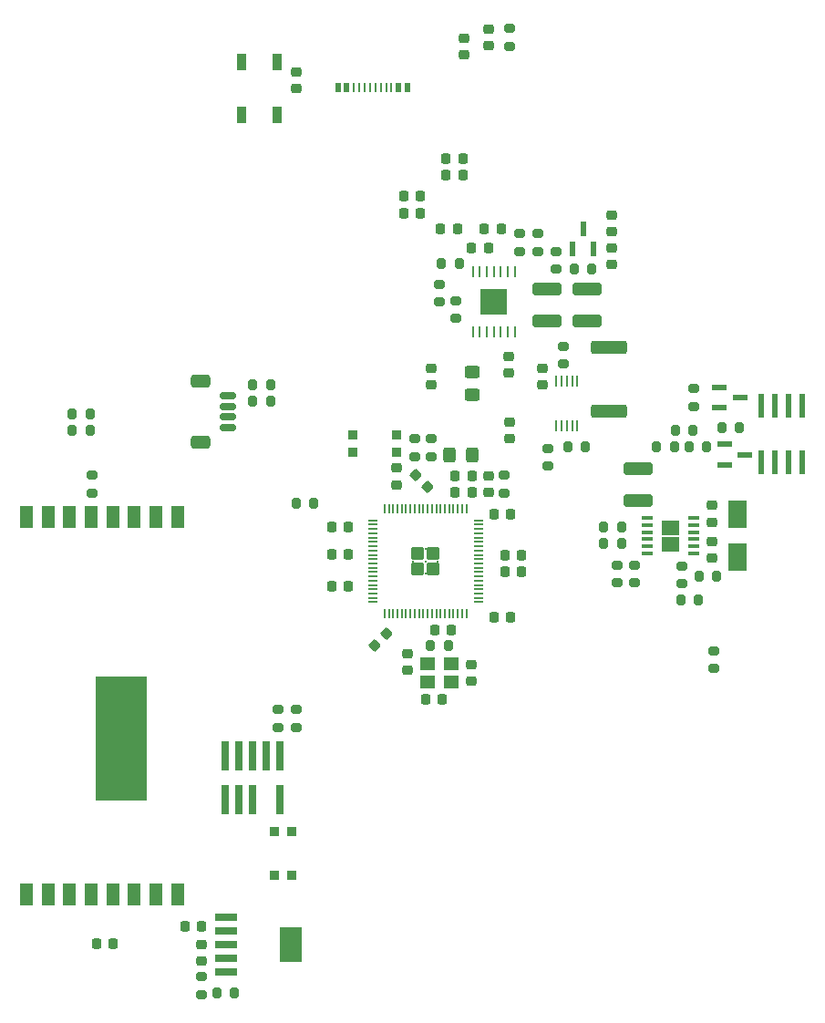
<source format=gtp>
%TF.GenerationSoftware,KiCad,Pcbnew,8.0.5*%
%TF.CreationDate,2024-11-23T15:58:24-08:00*%
%TF.ProjectId,mainboard,6d61696e-626f-4617-9264-2e6b69636164,06b*%
%TF.SameCoordinates,Original*%
%TF.FileFunction,Paste,Top*%
%TF.FilePolarity,Positive*%
%FSLAX46Y46*%
G04 Gerber Fmt 4.6, Leading zero omitted, Abs format (unit mm)*
G04 Created by KiCad (PCBNEW 8.0.5) date 2024-11-23 15:58:24*
%MOMM*%
%LPD*%
G01*
G04 APERTURE LIST*
G04 Aperture macros list*
%AMRoundRect*
0 Rectangle with rounded corners*
0 $1 Rounding radius*
0 $2 $3 $4 $5 $6 $7 $8 $9 X,Y pos of 4 corners*
0 Add a 4 corners polygon primitive as box body*
4,1,4,$2,$3,$4,$5,$6,$7,$8,$9,$2,$3,0*
0 Add four circle primitives for the rounded corners*
1,1,$1+$1,$2,$3*
1,1,$1+$1,$4,$5*
1,1,$1+$1,$6,$7*
1,1,$1+$1,$8,$9*
0 Add four rect primitives between the rounded corners*
20,1,$1+$1,$2,$3,$4,$5,0*
20,1,$1+$1,$4,$5,$6,$7,0*
20,1,$1+$1,$6,$7,$8,$9,0*
20,1,$1+$1,$8,$9,$2,$3,0*%
G04 Aperture macros list end*
%ADD10C,0.000000*%
%ADD11C,0.025400*%
%ADD12RoundRect,0.200000X-0.200000X-0.275000X0.200000X-0.275000X0.200000X0.275000X-0.200000X0.275000X0*%
%ADD13R,0.213360X1.120140*%
%ADD14R,1.722000X1.617000*%
%ADD15RoundRect,0.225000X-0.250000X0.225000X-0.250000X-0.225000X0.250000X-0.225000X0.250000X0.225000X0*%
%ADD16RoundRect,0.225000X0.250000X-0.225000X0.250000X0.225000X-0.250000X0.225000X-0.250000X-0.225000X0*%
%ADD17RoundRect,0.200000X0.200000X0.275000X-0.200000X0.275000X-0.200000X-0.275000X0.200000X-0.275000X0*%
%ADD18RoundRect,0.225000X0.225000X0.250000X-0.225000X0.250000X-0.225000X-0.250000X0.225000X-0.250000X0*%
%ADD19R,1.320800X0.558800*%
%ADD20R,0.609600X2.209800*%
%ADD21RoundRect,0.200000X-0.275000X0.200000X-0.275000X-0.200000X0.275000X-0.200000X0.275000X0.200000X0*%
%ADD22RoundRect,0.225000X-0.225000X-0.250000X0.225000X-0.250000X0.225000X0.250000X-0.225000X0.250000X0*%
%ADD23RoundRect,0.200000X0.275000X-0.200000X0.275000X0.200000X-0.275000X0.200000X-0.275000X-0.200000X0*%
%ADD24RoundRect,0.218750X0.256250X-0.218750X0.256250X0.218750X-0.256250X0.218750X-0.256250X-0.218750X0*%
%ADD25RoundRect,0.250000X-1.425000X0.362500X-1.425000X-0.362500X1.425000X-0.362500X1.425000X0.362500X0*%
%ADD26RoundRect,0.250000X-0.450000X0.325000X-0.450000X-0.325000X0.450000X-0.325000X0.450000X0.325000X0*%
%ADD27R,0.558800X1.320800*%
%ADD28RoundRect,0.250000X1.100000X-0.325000X1.100000X0.325000X-1.100000X0.325000X-1.100000X-0.325000X0*%
%ADD29R,0.211328X1.137920*%
%ADD30R,2.000000X0.650000*%
%ADD31R,2.000000X3.200000*%
%ADD32R,0.480000X0.920000*%
%ADD33R,0.240000X0.920000*%
%ADD34RoundRect,0.225000X-0.017678X0.335876X-0.335876X0.017678X0.017678X-0.335876X0.335876X-0.017678X0*%
%ADD35R,0.977900X0.302260*%
%ADD36R,1.700000X2.500000*%
%ADD37R,0.900000X1.500000*%
%ADD38RoundRect,0.250000X0.325000X0.450000X-0.325000X0.450000X-0.325000X-0.450000X0.325000X-0.450000X0*%
%ADD39RoundRect,0.250000X-0.350000X-0.350000X0.350000X-0.350000X0.350000X0.350000X-0.350000X0.350000X0*%
%ADD40RoundRect,0.055000X0.335000X-0.055000X0.335000X0.055000X-0.335000X0.055000X-0.335000X-0.055000X0*%
%ADD41RoundRect,0.055000X-0.055000X-0.335000X0.055000X-0.335000X0.055000X0.335000X-0.055000X0.335000X0*%
%ADD42R,0.133333X0.133333*%
%ADD43R,0.740000X2.790000*%
%ADD44R,1.400000X1.200000*%
%ADD45R,1.300000X2.000000*%
%ADD46R,4.700000X11.500000*%
%ADD47R,0.900000X0.900000*%
%ADD48RoundRect,0.150000X0.625000X-0.150000X0.625000X0.150000X-0.625000X0.150000X-0.625000X-0.150000X0*%
%ADD49RoundRect,0.250000X0.650000X-0.350000X0.650000X0.350000X-0.650000X0.350000X-0.650000X-0.350000X0*%
%ADD50RoundRect,0.225000X0.335876X0.017678X0.017678X0.335876X-0.335876X-0.017678X-0.017678X-0.335876X0*%
%ADD51RoundRect,0.250000X-1.100000X0.325000X-1.100000X-0.325000X1.100000X-0.325000X1.100000X0.325000X0*%
G04 APERTURE END LIST*
D10*
G36*
X158046100Y-81213096D02*
G01*
X155586100Y-81213096D01*
X155586100Y-78903096D01*
X158046100Y-78903096D01*
X158046100Y-81213096D01*
G37*
D11*
X173978900Y-101677800D02*
X172426300Y-101677800D01*
X172426300Y-100404600D01*
X173978900Y-100404600D01*
X173978900Y-101677800D01*
G36*
X173978900Y-101677800D02*
G01*
X172426300Y-101677800D01*
X172426300Y-100404600D01*
X173978900Y-100404600D01*
X173978900Y-101677800D01*
G37*
X173978900Y-103151000D02*
X172426300Y-103151000D01*
X172426300Y-101877800D01*
X173978900Y-101877800D01*
X173978900Y-103151000D01*
G36*
X173978900Y-103151000D02*
G01*
X172426300Y-103151000D01*
X172426300Y-101877800D01*
X173978900Y-101877800D01*
X173978900Y-103151000D01*
G37*
D12*
X177991000Y-91694000D03*
X179641000Y-91694000D03*
D13*
X158766134Y-77289496D03*
X158116121Y-77289496D03*
X157466112Y-77289496D03*
X156816100Y-77289496D03*
X156166088Y-77289496D03*
X155516079Y-77289496D03*
X154866066Y-77289496D03*
X154866066Y-82826696D03*
X155516079Y-82826696D03*
X156166088Y-82826696D03*
X156816100Y-82826696D03*
X157466112Y-82826696D03*
X158116121Y-82826696D03*
X158766134Y-82826696D03*
D14*
X156816100Y-80058096D03*
D15*
X151000000Y-86225000D03*
X151000000Y-87775000D03*
D16*
X158250000Y-92775000D03*
X158250000Y-91225000D03*
X158178500Y-86690500D03*
X158178500Y-85140500D03*
D17*
X153606000Y-76517500D03*
X151956000Y-76517500D03*
D18*
X156286500Y-75057000D03*
X154736500Y-75057000D03*
D19*
X177783800Y-87995596D03*
X177783800Y-89900596D03*
X179663400Y-88948096D03*
D12*
X164275000Y-76962000D03*
X165925000Y-76962000D03*
D20*
X185420000Y-89712800D03*
X184150000Y-89712800D03*
X182880000Y-89712800D03*
X181610000Y-89712800D03*
X181610000Y-94945200D03*
X182880000Y-94945200D03*
X184150000Y-94945200D03*
X185420000Y-94945200D03*
D16*
X154051000Y-57143000D03*
X154051000Y-55593000D03*
D21*
X158254700Y-54674000D03*
X158254700Y-56324000D03*
D18*
X153937000Y-66776600D03*
X152387000Y-66776600D03*
D22*
X148450000Y-71818500D03*
X150000000Y-71818500D03*
D21*
X159194500Y-73724000D03*
X159194500Y-75374000D03*
D22*
X151879000Y-73279000D03*
X153429000Y-73279000D03*
D21*
X119500000Y-96175000D03*
X119500000Y-97825000D03*
D18*
X157493000Y-73279000D03*
X155943000Y-73279000D03*
D22*
X148412000Y-70231000D03*
X149962000Y-70231000D03*
D21*
X151750000Y-78425000D03*
X151750000Y-80075000D03*
D23*
X160909000Y-75374000D03*
X160909000Y-73724000D03*
D24*
X156293500Y-56286500D03*
X156293500Y-54711500D03*
D25*
X167500000Y-84312500D03*
X167500000Y-90237500D03*
D26*
X154813000Y-86605000D03*
X154813000Y-88655000D03*
D27*
X164147500Y-75171300D03*
X166052500Y-75171300D03*
X165100000Y-73291700D03*
D17*
X175323000Y-91948000D03*
X173673000Y-91948000D03*
D21*
X175387000Y-88123096D03*
X175387000Y-89773096D03*
D28*
X161769100Y-81787096D03*
X161769100Y-78837096D03*
X165481000Y-81787096D03*
X165481000Y-78837096D03*
D15*
X167767000Y-71996000D03*
X167767000Y-73546000D03*
D21*
X163250000Y-84175000D03*
X163250000Y-85825000D03*
D29*
X164576001Y-87455300D03*
X164075999Y-87455300D03*
X163576000Y-87455300D03*
X163076001Y-87455300D03*
X162575999Y-87455300D03*
X162575999Y-91544700D03*
X163076001Y-91544700D03*
X163576000Y-91544700D03*
X164075999Y-91544700D03*
X164576001Y-91544700D03*
D21*
X129649937Y-142705948D03*
X129649937Y-144355948D03*
D16*
X167767000Y-76594000D03*
X167767000Y-75044000D03*
D30*
X131983937Y-137180948D03*
X131983937Y-138450948D03*
X131983937Y-139720948D03*
X131983937Y-140990948D03*
X131983937Y-142260948D03*
D31*
X137983937Y-139720948D03*
D22*
X119925800Y-139674600D03*
X121475800Y-139674600D03*
D12*
X131058937Y-144258948D03*
X132708937Y-144258948D03*
D15*
X129649937Y-139707948D03*
X129649937Y-141257948D03*
D22*
X152387000Y-68250000D03*
X153937000Y-68250000D03*
D16*
X161350000Y-87775000D03*
X161350000Y-86225000D03*
D32*
X148752000Y-60128000D03*
X147952000Y-60128000D03*
D33*
X146802000Y-60128000D03*
X145802000Y-60128000D03*
X145302000Y-60128000D03*
X144302000Y-60128000D03*
D32*
X143152000Y-60128000D03*
X142352000Y-60128000D03*
D33*
X143802000Y-60128000D03*
X144802000Y-60128000D03*
X146302000Y-60128000D03*
X147302000Y-60128000D03*
D17*
X177532800Y-105567481D03*
X175882800Y-105567481D03*
D23*
X161800000Y-95325000D03*
X161800000Y-93675000D03*
D34*
X146848008Y-110851992D03*
X145751992Y-111948008D03*
D22*
X157825000Y-105100000D03*
X159375000Y-105100000D03*
D21*
X168224200Y-104488481D03*
X168224200Y-106138481D03*
D22*
X150475000Y-117000000D03*
X152025000Y-117000000D03*
D17*
X136075000Y-89250000D03*
X134425000Y-89250000D03*
D18*
X143275000Y-103500000D03*
X141725000Y-103500000D03*
D23*
X149500000Y-94425000D03*
X149500000Y-92775000D03*
D21*
X177200000Y-112475000D03*
X177200000Y-114125000D03*
D35*
X171018200Y-100152200D03*
X171018200Y-100802441D03*
X171018200Y-101452681D03*
X171018200Y-102102919D03*
X171018200Y-102753159D03*
X171018200Y-103403400D03*
X175387000Y-103403400D03*
X175387000Y-102753159D03*
X175387000Y-102102919D03*
X175387000Y-101452681D03*
X175387000Y-100802441D03*
X175387000Y-100152200D03*
D15*
X148750000Y-112725000D03*
X148750000Y-114275000D03*
D17*
X140075000Y-98750000D03*
X138425000Y-98750000D03*
D18*
X143275000Y-101000000D03*
X141725000Y-101000000D03*
D22*
X153225000Y-96250000D03*
X154775000Y-96250000D03*
D18*
X143275000Y-106500000D03*
X141725000Y-106500000D03*
D22*
X156825000Y-109300000D03*
X158375000Y-109300000D03*
D36*
X179451000Y-99759000D03*
X179451000Y-103759000D03*
D22*
X151325000Y-110500000D03*
X152875000Y-110500000D03*
D23*
X162560000Y-77025000D03*
X162560000Y-75375000D03*
D16*
X156300000Y-97775000D03*
X156300000Y-96225000D03*
D37*
X136650000Y-57800000D03*
X133350000Y-57800000D03*
X133350000Y-62700000D03*
X136650000Y-62700000D03*
D22*
X128133937Y-138008948D03*
X129683937Y-138008948D03*
D38*
X154775000Y-94297500D03*
X152725000Y-94297500D03*
D16*
X177063400Y-100500481D03*
X177063400Y-98950481D03*
D21*
X169849800Y-104488481D03*
X169849800Y-106138481D03*
D39*
X149760000Y-103443333D03*
X149760000Y-104843333D03*
X151160000Y-103443333D03*
X151160000Y-104843333D03*
D40*
X145563500Y-100343333D03*
X145563500Y-100743333D03*
X145563500Y-101143333D03*
X145563500Y-101543333D03*
X145563500Y-101943333D03*
X145563500Y-102343333D03*
X145563500Y-102743333D03*
X145563500Y-103143333D03*
X145563500Y-103543333D03*
X145563500Y-103943333D03*
X145563500Y-104343333D03*
X145563500Y-104743333D03*
X145563500Y-105143333D03*
X145563500Y-105543333D03*
X145563500Y-105943333D03*
X145563500Y-106343333D03*
X145563500Y-106743333D03*
X145563500Y-107143333D03*
X145563500Y-107543333D03*
X145563500Y-107943333D03*
D41*
X146660000Y-109039833D03*
X147060000Y-109039833D03*
X147460000Y-109039833D03*
X147860000Y-109039833D03*
X148260000Y-109039833D03*
X148660000Y-109039833D03*
X149060000Y-109039833D03*
X149460000Y-109039833D03*
X149860000Y-109039833D03*
X150260000Y-109039833D03*
X150660000Y-109039833D03*
X151060000Y-109039833D03*
X151460000Y-109039833D03*
X151860000Y-109039833D03*
X152260000Y-109039833D03*
X152660000Y-109039833D03*
X153060000Y-109039833D03*
X153460000Y-109039833D03*
X153860000Y-109039833D03*
X154260000Y-109039833D03*
D40*
X155356500Y-107943333D03*
X155356500Y-107543333D03*
X155356500Y-107143333D03*
X155356500Y-106743333D03*
X155356500Y-106343333D03*
X155356500Y-105943333D03*
X155356500Y-105543333D03*
X155356500Y-105143333D03*
X155356500Y-104743333D03*
X155356500Y-104343333D03*
X155356500Y-103943333D03*
X155356500Y-103543333D03*
X155356500Y-103143333D03*
X155356500Y-102743333D03*
X155356500Y-102343333D03*
X155356500Y-101943333D03*
X155356500Y-101543333D03*
X155356500Y-101143333D03*
X155356500Y-100743333D03*
X155356500Y-100343333D03*
D41*
X154260000Y-99246833D03*
X153860000Y-99246833D03*
X153460000Y-99246833D03*
X153060000Y-99246833D03*
X152660000Y-99246833D03*
X152260000Y-99246833D03*
X151860000Y-99246833D03*
X151460000Y-99246833D03*
X151060000Y-99246833D03*
X150660000Y-99246833D03*
X150260000Y-99246833D03*
X149860000Y-99246833D03*
X149460000Y-99246833D03*
X149060000Y-99246833D03*
X148660000Y-99246833D03*
X148260000Y-99246833D03*
X147860000Y-99246833D03*
X147460000Y-99246833D03*
X147060000Y-99246833D03*
X146660000Y-99246833D03*
D42*
X149326667Y-103010000D03*
X149326667Y-104143333D03*
X149326667Y-105276666D03*
X150460000Y-103010000D03*
X150460000Y-104143333D03*
X150460000Y-105276666D03*
X151593333Y-103010000D03*
X151593333Y-104143333D03*
X151593333Y-105276666D03*
D43*
X131825000Y-126280000D03*
X131825000Y-122210000D03*
X133095000Y-126280000D03*
X133095000Y-122210000D03*
X134365000Y-126280000D03*
X134365000Y-122210000D03*
X135635000Y-122210000D03*
X136905000Y-126280000D03*
X136905000Y-122210000D03*
D44*
X150650000Y-115350000D03*
X152850000Y-115350000D03*
X152850000Y-113650000D03*
X150650000Y-113650000D03*
D45*
X113420000Y-135050000D03*
X115420000Y-135050000D03*
X117420000Y-135050000D03*
X119420000Y-135050000D03*
X121420000Y-135050000D03*
X123420000Y-135050000D03*
X125420000Y-135050000D03*
X127420000Y-135050000D03*
X127420000Y-100050000D03*
X125420000Y-100050000D03*
X123420000Y-100050000D03*
X121420000Y-100050000D03*
X119420000Y-100050000D03*
X117420000Y-100050000D03*
X115420000Y-100050000D03*
X113420000Y-100050000D03*
D46*
X122170000Y-120600000D03*
D47*
X143700000Y-94050000D03*
X147800000Y-94050000D03*
X143700000Y-92450000D03*
X147800000Y-92450000D03*
D17*
X176575000Y-93500000D03*
X174925000Y-93500000D03*
D48*
X132075000Y-91750000D03*
X132075000Y-90750000D03*
X132075000Y-89750000D03*
X132075000Y-88750000D03*
D49*
X129550000Y-93050000D03*
X129550000Y-87450000D03*
D17*
X136075000Y-87750000D03*
X134425000Y-87750000D03*
X173575000Y-93500000D03*
X171925000Y-93500000D03*
D12*
X174181000Y-107696000D03*
X175831000Y-107696000D03*
D23*
X138500000Y-119575000D03*
X138500000Y-117925000D03*
D12*
X167015000Y-100950000D03*
X168665000Y-100950000D03*
X117675000Y-90500000D03*
X119325000Y-90500000D03*
D17*
X168665000Y-102490000D03*
X167015000Y-102490000D03*
D23*
X153250000Y-81575000D03*
X153250000Y-79925000D03*
D16*
X147800000Y-97025000D03*
X147800000Y-95475000D03*
X177063400Y-103853281D03*
X177063400Y-102303281D03*
D17*
X165325000Y-93500000D03*
X163675000Y-93500000D03*
D22*
X157825000Y-103600000D03*
X159375000Y-103600000D03*
D15*
X138500000Y-58725000D03*
X138500000Y-60275000D03*
D50*
X150648008Y-97248008D03*
X149551992Y-96151992D03*
D47*
X138050000Y-133300000D03*
X138050000Y-129200000D03*
X136450000Y-133300000D03*
X136450000Y-129200000D03*
D15*
X154750000Y-113725000D03*
X154750000Y-115275000D03*
D12*
X117675000Y-92000000D03*
X119325000Y-92000000D03*
D23*
X151000000Y-94425000D03*
X151000000Y-92775000D03*
D22*
X156825000Y-99800000D03*
X158375000Y-99800000D03*
D51*
X170200000Y-95525000D03*
X170200000Y-98475000D03*
D17*
X152575000Y-112000000D03*
X150925000Y-112000000D03*
D21*
X157800000Y-96175000D03*
X157800000Y-97825000D03*
X174244000Y-104585000D03*
X174244000Y-106235000D03*
D19*
X178246700Y-93297500D03*
X178246700Y-95202500D03*
X180126300Y-94250000D03*
D23*
X136750000Y-119575000D03*
X136750000Y-117925000D03*
D22*
X153225000Y-97750000D03*
X154775000Y-97750000D03*
M02*

</source>
